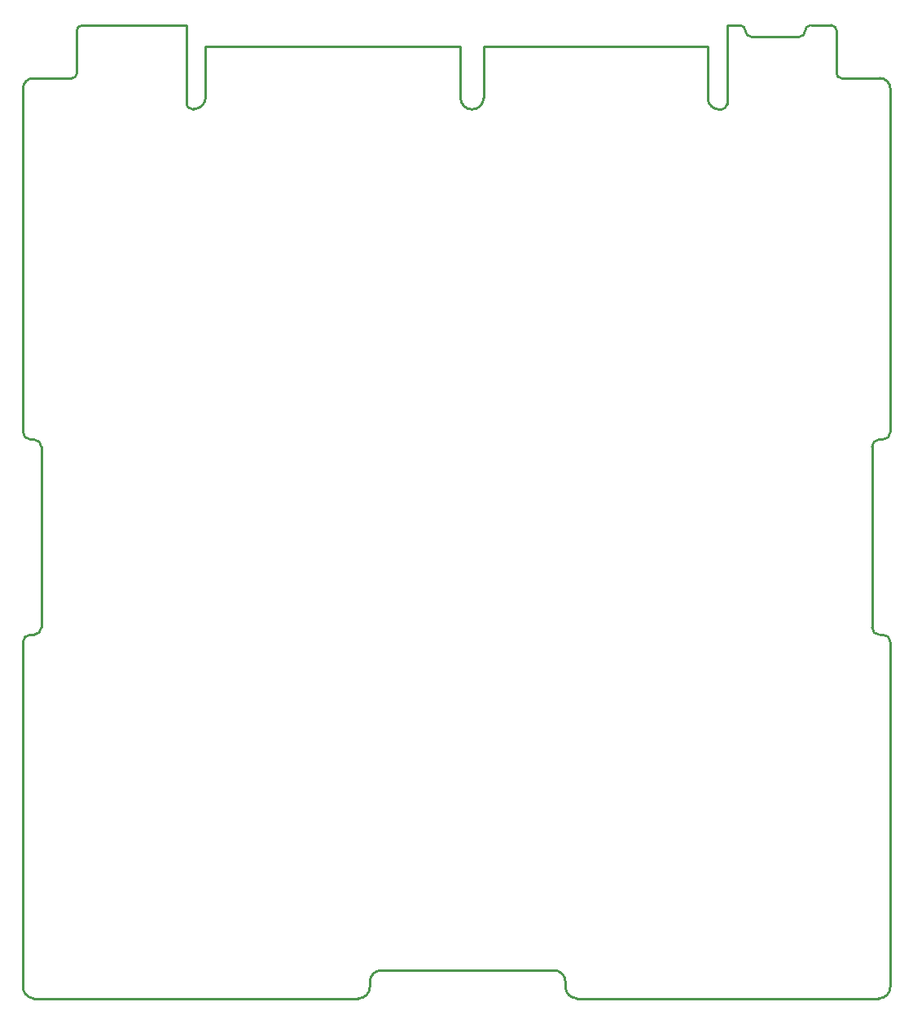
<source format=gm1>
G04 #@! TF.GenerationSoftware,KiCad,Pcbnew,(5.1.9)-1*
G04 #@! TF.CreationDate,2021-12-20T19:14:58-05:00*
G04 #@! TF.ProjectId,mainboard,6d61696e-626f-4617-9264-2e6b69636164,rev?*
G04 #@! TF.SameCoordinates,Original*
G04 #@! TF.FileFunction,Profile,NP*
%FSLAX46Y46*%
G04 Gerber Fmt 4.6, Leading zero omitted, Abs format (unit mm)*
G04 Created by KiCad (PCBNEW (5.1.9)-1) date 2021-12-20 19:14:58*
%MOMM*%
%LPD*%
G01*
G04 APERTURE LIST*
G04 #@! TA.AperFunction,Profile*
%ADD10C,0.254000*%
G04 #@! TD*
G04 APERTURE END LIST*
D10*
X188516102Y-147180298D02*
G75*
G02*
X187322302Y-148374098I-1193800J0D01*
G01*
X187373102Y-110578898D02*
X187754102Y-110578898D01*
X134414102Y-146646898D02*
G75*
G02*
X135607902Y-145453098I1193800J0D01*
G01*
X188516102Y-147180298D02*
X188516102Y-111340898D01*
X171529877Y-47229581D02*
X172147768Y-47229581D01*
X99446547Y-52731597D02*
X103446547Y-52731597D01*
X182929885Y-52248255D02*
X182929885Y-47798272D01*
X103929703Y-52248441D02*
X103929703Y-47822376D01*
X98346102Y-89522298D02*
X98346102Y-53832042D01*
X99108102Y-90284298D02*
X99489102Y-90284298D01*
X100251102Y-109816898D02*
X100251102Y-91046298D01*
X155927902Y-148374098D02*
X187322302Y-148374098D01*
X99108102Y-110578898D02*
X99489102Y-110578898D01*
X135607902Y-145453098D02*
X153540302Y-145453098D01*
X104504898Y-47248258D02*
X109849907Y-47248258D01*
X117329920Y-54736242D02*
G75*
G02*
X116129932Y-55936231I-1199990J1D01*
G01*
X187373102Y-110578898D02*
G75*
G02*
X186611102Y-109816898I0J762000D01*
G01*
X171529913Y-55411264D02*
G75*
G02*
X170954913Y-55986264I-575000J0D01*
G01*
X170729919Y-55986261D02*
G75*
G02*
X169529932Y-54786271I3J1199990D01*
G01*
X155927902Y-148374098D02*
G75*
G02*
X154734102Y-147180298I0J1193800D01*
G01*
X186611102Y-109816898D02*
X186611102Y-91046298D01*
X115904939Y-55936231D02*
X116129932Y-55936231D01*
X109849914Y-47248263D02*
X114549849Y-47248263D01*
X154734102Y-147180298D02*
X154734102Y-146646898D01*
X146229910Y-54786270D02*
G75*
G02*
X143829930Y-54786254I-1199990J-1D01*
G01*
X115904939Y-55936233D02*
G75*
G02*
X115329939Y-55361233I0J575000D01*
G01*
X170729920Y-55986261D02*
X170954913Y-55986261D01*
X117329920Y-54736223D02*
X117329920Y-49411253D01*
X187413224Y-52731600D02*
G75*
G02*
X188516102Y-53834475I0J-1102878D01*
G01*
X174054477Y-48429566D02*
X179054483Y-48429566D01*
X117329920Y-49411250D02*
X143829920Y-49411253D01*
X179654477Y-47829572D02*
G75*
G02*
X179054483Y-48429566I-599994J0D01*
G01*
X171529913Y-55411261D02*
X171529913Y-49311263D01*
X172854490Y-47229578D02*
G75*
G02*
X173454484Y-47829572I0J-599994D01*
G01*
X99108102Y-90284298D02*
G75*
G02*
X98346102Y-89522298I0J762000D01*
G01*
X134414102Y-147180298D02*
G75*
G02*
X133220302Y-148374098I-1193800J0D01*
G01*
X187754102Y-110578898D02*
G75*
G02*
X188516102Y-111340898I0J-762000D01*
G01*
X114549854Y-47248270D02*
X115329903Y-47248270D01*
X187373102Y-90284298D02*
X187754102Y-90284298D01*
X115329903Y-49261251D02*
X115329903Y-47248270D01*
X171529877Y-49311281D02*
X171529877Y-47229581D01*
X180961207Y-47229581D02*
X182361194Y-47229581D01*
X99489102Y-90284298D02*
G75*
G02*
X100251102Y-91046298I0J-762000D01*
G01*
X182361194Y-47229581D02*
G75*
G02*
X182929885Y-47798272I0J-568691D01*
G01*
X99463702Y-148374095D02*
X133220302Y-148374098D01*
X98346093Y-147104098D02*
X98346102Y-111340898D01*
X179654476Y-47829572D02*
G75*
G02*
X180254470Y-47229578I599994J0D01*
G01*
X99463702Y-148374098D02*
G75*
G02*
X98346102Y-147104098I76200J1193800D01*
G01*
X98346102Y-111340898D02*
G75*
G02*
X99108102Y-110578898I762000J0D01*
G01*
X134414102Y-147180298D02*
X134414102Y-146646898D01*
X188516102Y-89522298D02*
G75*
G02*
X187754102Y-90284298I-762000J0D01*
G01*
X103929886Y-47823270D02*
G75*
G02*
X104504898Y-47248258I575012J0D01*
G01*
X169529932Y-54786254D02*
X169529932Y-49411263D01*
X98346102Y-53832042D02*
G75*
G02*
X99446547Y-52731597I1100445J0D01*
G01*
X103929703Y-52248441D02*
G75*
G02*
X103446547Y-52731597I-483156J0D01*
G01*
X146229910Y-54786254D02*
X146229910Y-49411263D01*
X115329939Y-55361231D02*
X115329939Y-49261233D01*
X174054477Y-48429565D02*
G75*
G02*
X173454484Y-47829572I0J599993D01*
G01*
X146229920Y-49411253D02*
X169529922Y-49411253D01*
X183413227Y-52731597D02*
G75*
G02*
X182929885Y-52248255I0J483342D01*
G01*
X172147760Y-47229578D02*
X172854490Y-47229578D01*
X143829930Y-54786254D02*
X143829930Y-49411263D01*
X180254470Y-47229578D02*
X180961200Y-47229578D01*
X153540302Y-145453098D02*
G75*
G02*
X154734102Y-146646898I0J-1193800D01*
G01*
X188516102Y-89522298D02*
X188516102Y-53834475D01*
X100251102Y-109816898D02*
G75*
G02*
X99489102Y-110578898I-762000J0D01*
G01*
X183413227Y-52731597D02*
X187413224Y-52731597D01*
X186611102Y-91046298D02*
G75*
G02*
X187373102Y-90284298I762000J0D01*
G01*
M02*

</source>
